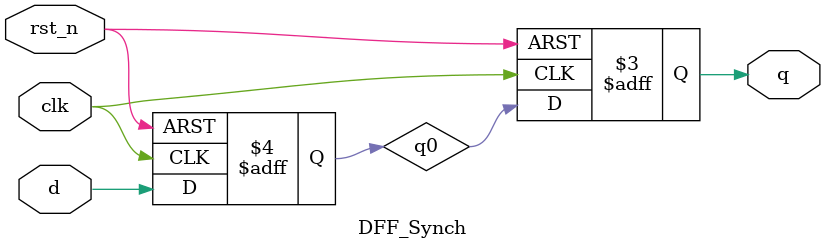
<source format=v>

module DFF_Synch(
input clk, rst_n,
input d,
output reg q
); 

reg q0; 

always @(posedge clk or negedge rst_n) begin 
if (!rst_n) begin 
q0 <= 0; 
q  <= 0; 
end 
else begin 
q0 <= d; 
q  <= q0; 
end 

end 

endmodule 

// instance:
//  DFF_Synch inst_name (.clk(),.rst_n(), .d(), .q());  


</source>
